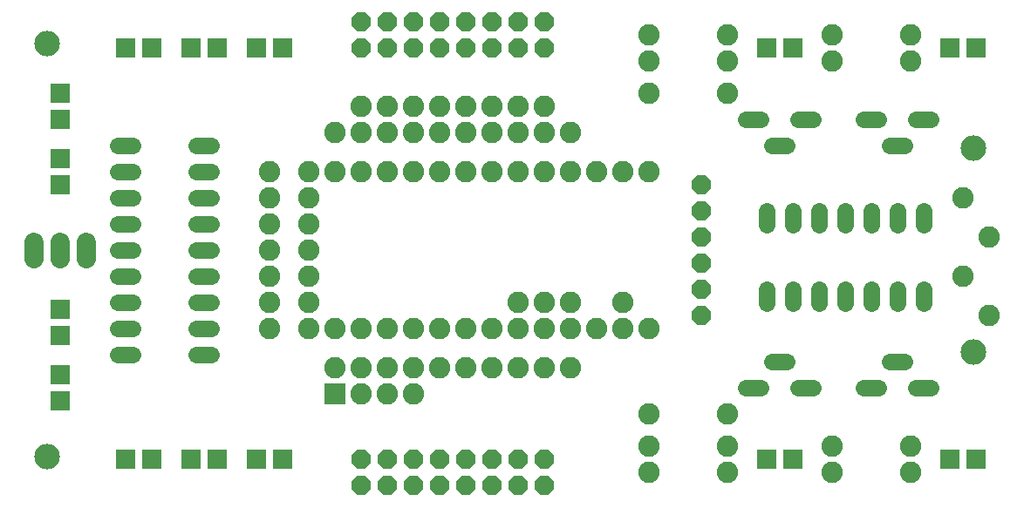
<source format=gts>
G75*
%MOIN*%
%OFA0B0*%
%FSLAX25Y25*%
%IPPOS*%
%LPD*%
%AMOC8*
5,1,8,0,0,1.08239X$1,22.5*
%
%ADD10C,0.09800*%
%ADD11C,0.06400*%
%ADD12R,0.07200X0.07200*%
%ADD13C,0.08200*%
%ADD14OC8,0.07200*%
%ADD15C,0.07200*%
%ADD16R,0.08200X0.08200*%
D10*
X0016000Y0022000D03*
X0016000Y0180000D03*
X0370000Y0140000D03*
X0370000Y0062000D03*
D11*
X0353800Y0048500D02*
X0348200Y0048500D01*
X0333800Y0048500D02*
X0328200Y0048500D01*
X0338200Y0058500D02*
X0343800Y0058500D01*
X0308800Y0048500D02*
X0303200Y0048500D01*
X0288800Y0048500D02*
X0283200Y0048500D01*
X0293200Y0058500D02*
X0298800Y0058500D01*
X0301000Y0080700D02*
X0301000Y0086300D01*
X0291000Y0086300D02*
X0291000Y0080700D01*
X0311000Y0080700D02*
X0311000Y0086300D01*
X0321000Y0086300D02*
X0321000Y0080700D01*
X0331000Y0080700D02*
X0331000Y0086300D01*
X0341000Y0086300D02*
X0341000Y0080700D01*
X0351000Y0080700D02*
X0351000Y0086300D01*
X0351000Y0110700D02*
X0351000Y0116300D01*
X0341000Y0116300D02*
X0341000Y0110700D01*
X0331000Y0110700D02*
X0331000Y0116300D01*
X0321000Y0116300D02*
X0321000Y0110700D01*
X0311000Y0110700D02*
X0311000Y0116300D01*
X0301000Y0116300D02*
X0301000Y0110700D01*
X0291000Y0110700D02*
X0291000Y0116300D01*
X0293200Y0141000D02*
X0298800Y0141000D01*
X0303200Y0151000D02*
X0308800Y0151000D01*
X0328200Y0151000D02*
X0333800Y0151000D01*
X0348200Y0151000D02*
X0353800Y0151000D01*
X0343800Y0141000D02*
X0338200Y0141000D01*
X0288800Y0151000D02*
X0283200Y0151000D01*
X0078800Y0141000D02*
X0073200Y0141000D01*
X0073200Y0131000D02*
X0078800Y0131000D01*
X0078800Y0121000D02*
X0073200Y0121000D01*
X0073200Y0111000D02*
X0078800Y0111000D01*
X0078800Y0101000D02*
X0073200Y0101000D01*
X0073200Y0091000D02*
X0078800Y0091000D01*
X0078800Y0081000D02*
X0073200Y0081000D01*
X0073200Y0071000D02*
X0078800Y0071000D01*
X0078800Y0061000D02*
X0073200Y0061000D01*
X0048800Y0061000D02*
X0043200Y0061000D01*
X0043200Y0071000D02*
X0048800Y0071000D01*
X0048800Y0081000D02*
X0043200Y0081000D01*
X0043200Y0091000D02*
X0048800Y0091000D01*
X0048800Y0101000D02*
X0043200Y0101000D01*
X0043200Y0111000D02*
X0048800Y0111000D01*
X0048800Y0121000D02*
X0043200Y0121000D01*
X0043200Y0131000D02*
X0048800Y0131000D01*
X0048800Y0141000D02*
X0043200Y0141000D01*
D12*
X0021000Y0136000D03*
X0021000Y0126000D03*
X0021000Y0151000D03*
X0021000Y0161000D03*
X0046000Y0178500D03*
X0056000Y0178500D03*
X0071000Y0178500D03*
X0081000Y0178500D03*
X0096000Y0178500D03*
X0106000Y0178500D03*
X0291000Y0178500D03*
X0301000Y0178500D03*
X0361000Y0178500D03*
X0371000Y0178500D03*
X0371000Y0021000D03*
X0361000Y0021000D03*
X0301000Y0021000D03*
X0291000Y0021000D03*
X0106000Y0021000D03*
X0096000Y0021000D03*
X0081000Y0021000D03*
X0071000Y0021000D03*
X0056000Y0021000D03*
X0046000Y0021000D03*
X0021000Y0043500D03*
X0021000Y0053500D03*
X0021000Y0068500D03*
X0021000Y0078500D03*
D13*
X0101000Y0081000D03*
X0116000Y0081000D03*
X0116000Y0071000D03*
X0126000Y0071000D03*
X0136000Y0071000D03*
X0146000Y0071000D03*
X0156000Y0071000D03*
X0166000Y0071000D03*
X0176000Y0071000D03*
X0186000Y0071000D03*
X0196000Y0071000D03*
X0206000Y0071000D03*
X0216000Y0071000D03*
X0226000Y0071000D03*
X0236000Y0071000D03*
X0246000Y0071000D03*
X0236000Y0081000D03*
X0216000Y0081000D03*
X0206000Y0081000D03*
X0196000Y0081000D03*
X0196000Y0056000D03*
X0186000Y0056000D03*
X0176000Y0056000D03*
X0166000Y0056000D03*
X0156000Y0056000D03*
X0146000Y0056000D03*
X0136000Y0056000D03*
X0126000Y0056000D03*
X0136000Y0046000D03*
X0146000Y0046000D03*
X0156000Y0046000D03*
X0206000Y0056000D03*
X0216000Y0056000D03*
X0246000Y0038500D03*
X0246000Y0026000D03*
X0246000Y0016000D03*
X0276000Y0016000D03*
X0276000Y0026000D03*
X0276000Y0038500D03*
X0316000Y0026000D03*
X0316000Y0016000D03*
X0346000Y0016000D03*
X0346000Y0026000D03*
X0376000Y0076000D03*
X0366000Y0091000D03*
X0376000Y0106000D03*
X0366000Y0121000D03*
X0276000Y0161000D03*
X0276000Y0173500D03*
X0276000Y0183500D03*
X0246000Y0183500D03*
X0246000Y0173500D03*
X0246000Y0161000D03*
X0216000Y0146000D03*
X0206000Y0146000D03*
X0196000Y0146000D03*
X0186000Y0146000D03*
X0176000Y0146000D03*
X0166000Y0146000D03*
X0156000Y0146000D03*
X0146000Y0146000D03*
X0136000Y0146000D03*
X0126000Y0146000D03*
X0136000Y0156000D03*
X0146000Y0156000D03*
X0156000Y0156000D03*
X0166000Y0156000D03*
X0176000Y0156000D03*
X0186000Y0156000D03*
X0196000Y0156000D03*
X0206000Y0156000D03*
X0206000Y0131000D03*
X0216000Y0131000D03*
X0226000Y0131000D03*
X0236000Y0131000D03*
X0246000Y0131000D03*
X0196000Y0131000D03*
X0186000Y0131000D03*
X0176000Y0131000D03*
X0166000Y0131000D03*
X0156000Y0131000D03*
X0146000Y0131000D03*
X0136000Y0131000D03*
X0126000Y0131000D03*
X0116000Y0131000D03*
X0101000Y0131000D03*
X0101000Y0121000D03*
X0116000Y0121000D03*
X0116000Y0111000D03*
X0101000Y0111000D03*
X0101000Y0101000D03*
X0116000Y0101000D03*
X0116000Y0091000D03*
X0101000Y0091000D03*
X0101000Y0071000D03*
X0316000Y0173500D03*
X0316000Y0183500D03*
X0346000Y0183500D03*
X0346000Y0173500D03*
D14*
X0266000Y0126000D03*
X0266000Y0116000D03*
X0266000Y0106000D03*
X0266000Y0096000D03*
X0266000Y0086000D03*
X0266000Y0076000D03*
X0206000Y0021000D03*
X0196000Y0021000D03*
X0186000Y0021000D03*
X0176000Y0021000D03*
X0166000Y0021000D03*
X0156000Y0021000D03*
X0146000Y0021000D03*
X0136000Y0021000D03*
X0136000Y0011000D03*
X0146000Y0011000D03*
X0156000Y0011000D03*
X0166000Y0011000D03*
X0176000Y0011000D03*
X0186000Y0011000D03*
X0196000Y0011000D03*
X0206000Y0011000D03*
X0206000Y0178500D03*
X0196000Y0178500D03*
X0186000Y0178500D03*
X0176000Y0178500D03*
X0166000Y0178500D03*
X0156000Y0178500D03*
X0146000Y0178500D03*
X0136000Y0178500D03*
X0136000Y0188500D03*
X0146000Y0188500D03*
X0156000Y0188500D03*
X0166000Y0188500D03*
X0176000Y0188500D03*
X0186000Y0188500D03*
X0196000Y0188500D03*
X0206000Y0188500D03*
D15*
X0031000Y0104200D02*
X0031000Y0097800D01*
X0021000Y0097800D02*
X0021000Y0104200D01*
X0011000Y0104200D02*
X0011000Y0097800D01*
D16*
X0126000Y0046000D03*
M02*

</source>
